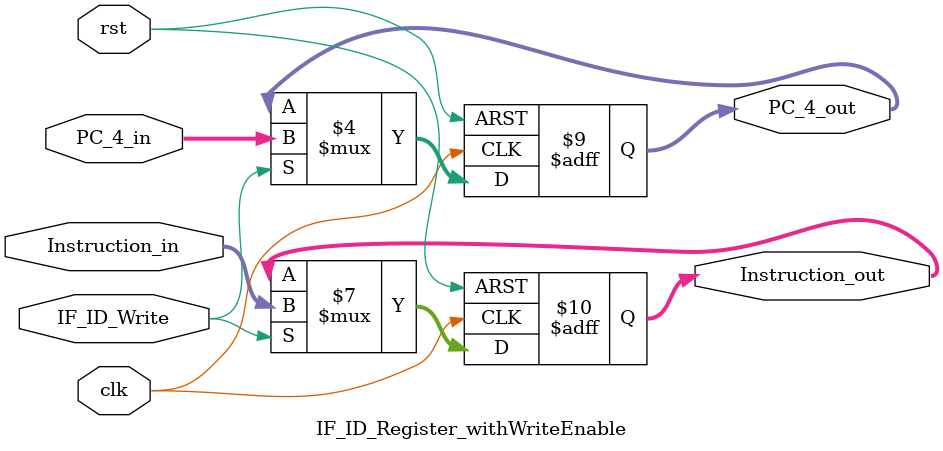
<source format=v>
module IF_ID_Register_withWriteEnable (PC_4_out, Instruction_out, PC_4_in, Instruction_in, IF_ID_Write, clk, rst);


output [31:0]PC_4_out;
reg [31:0]PC_4_out;
output [31:0]Instruction_out;
reg [31:0]Instruction_out;
input [31:0]PC_4_in;
input [31:0]Instruction_in;
input IF_ID_Write,clk, rst;



always@(posedge clk or posedge rst)
begin
    if(rst)begin
        Instruction_out<=32'd0;
        PC_4_out<=32'd0;
    end
    else begin
        if(IF_ID_Write==1'b1)begin
            Instruction_out<=Instruction_in;
            PC_4_out<=PC_4_in;
        end
        else begin
            Instruction_out<=Instruction_out;
            PC_4_out<=PC_4_out;
        end
    end
end



endmodule
</source>
